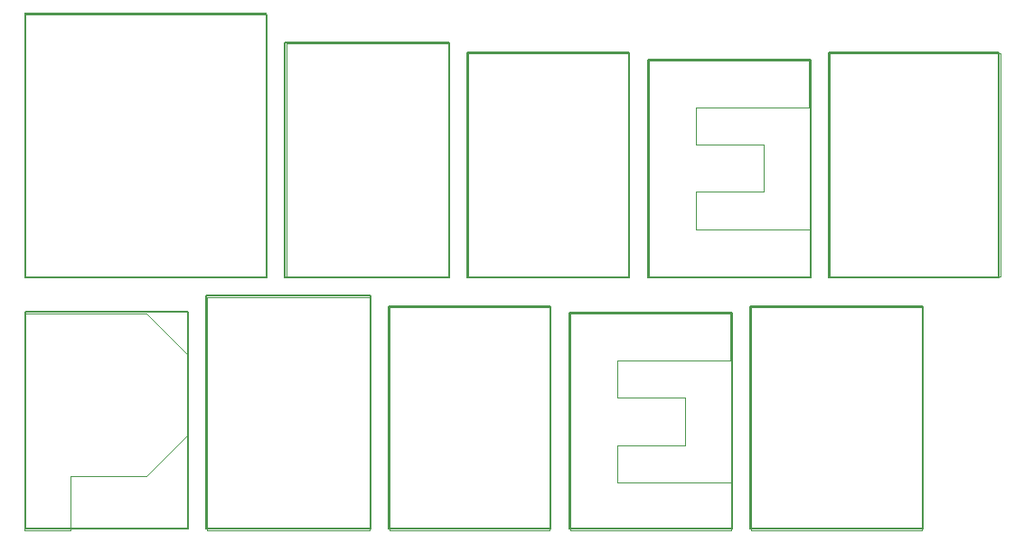
<source format=gbo>
G75*
G70*
%OFA0B0*%
%FSLAX25Y25*%
%IPPOS*%
%LPD*%
%AMOC8*
5,1,8,0,0,1.08239X$1,22.5*
%
%ADD15C,0.00000*%
%ADD18C,0.00800*%
X0010000Y0010000D02*
G75*
%LPD*%
D15*
X0010000Y0010000D02*
X0010000Y0090000D01*
X0055000Y0090000D01*
X0070000Y0075000D01*
X0070000Y0045000D01*
X0055000Y0030000D01*
X0027000Y0030000D01*
X0027000Y0010000D01*
X0010000Y0010000D01*
D18*
X0010400Y0010400D02*
X0010400Y0090400D01*
X0010400Y0090400D02*
X0070400Y0090400D01*
X0070400Y0010400D01*
X0010400Y0010400D01*
X0077500Y0010000D02*
G75*
%LPD*%
D15*
X0077500Y0010000D02*
X0077500Y0096000D01*
X0137230Y0096000D01*
X0137230Y0010000D01*
X0077500Y0010000D01*
D18*
X0077100Y0010400D02*
X0077100Y0096400D01*
X0137630Y0096400D01*
X0137630Y0010400D01*
X0077100Y0010400D01*
X0144730Y0010000D02*
G75*
%LPD*%
D15*
X0144730Y0010000D02*
X0144730Y0092250D01*
X0203740Y0092250D01*
X0203740Y0010000D01*
X0144730Y0010000D01*
D18*
X0144330Y0010400D02*
X0144330Y0092650D01*
X0204140Y0092650D01*
X0204140Y0010400D01*
X0144330Y0010400D01*
X0211240Y0010000D02*
G75*
%LPD*%
D15*
X0211240Y0010000D02*
X0211240Y0089750D01*
X0270250Y0089750D01*
X0270250Y0072500D01*
X0228740Y0072500D01*
X0228740Y0058750D01*
X0253740Y0058750D01*
X0253740Y0041250D01*
X0228740Y0041250D01*
X0228740Y0027500D01*
X0270610Y0027500D01*
X0270610Y0010000D01*
X0211240Y0010000D01*
D18*
X0210840Y0010400D02*
X0210840Y0090150D01*
X0271010Y0090150D01*
X0271010Y0010400D01*
X0210840Y0010400D01*
X0278110Y0010000D02*
G75*
%LPD*%
D15*
X0278110Y0010000D02*
X0278110Y0092250D01*
X0340870Y0092250D01*
X0340870Y0010000D01*
X0278110Y0010000D01*
D18*
X0277710Y0010400D02*
X0277710Y0092650D01*
X0341270Y0092650D01*
X0341270Y0010400D01*
X0277710Y0010400D01*
X0010000Y0103500D02*
G75*
%LPD*%
D15*
X0010000Y0103500D02*
X0010000Y0200750D01*
X0099010Y0200750D01*
X0099010Y0103500D01*
X0010000Y0103500D01*
D18*
X0010400Y0103100D02*
X0010400Y0200350D01*
X0010400Y0200350D02*
X0099410Y0200350D01*
X0099410Y0200350D02*
X0099410Y0103100D01*
X0010400Y0103100D01*
X0106510Y0103500D02*
G75*
%LPD*%
D15*
X0106510Y0103500D02*
X0106510Y0189500D01*
X0166240Y0189500D01*
X0166240Y0103500D01*
X0106510Y0103500D01*
D18*
X0106110Y0103100D02*
X0106110Y0189900D01*
X0166640Y0189900D01*
X0166640Y0103100D01*
X0106110Y0103100D01*
X0173740Y0103500D02*
G75*
%LPD*%
D15*
X0173740Y0103500D02*
X0173740Y0185750D01*
X0232750Y0185750D01*
X0232750Y0103500D01*
X0173740Y0103500D01*
D18*
X0173340Y0103100D02*
X0173340Y0186150D01*
X0233150Y0186150D01*
X0233150Y0103100D01*
X0173340Y0103100D01*
X0240250Y0103500D02*
G75*
%LPD*%
D15*
X0240250Y0103500D02*
X0240250Y0183250D01*
X0299260Y0183250D01*
X0299260Y0166000D01*
X0257750Y0166000D01*
X0257750Y0152250D01*
X0282750Y0152250D01*
X0282750Y0134750D01*
X0257750Y0134750D01*
X0257750Y0121000D01*
X0299620Y0121000D01*
X0299620Y0103500D01*
X0240250Y0103500D01*
D18*
X0239850Y0103100D02*
X0239850Y0183650D01*
X0300020Y0183650D01*
X0300020Y0103100D01*
X0239850Y0103100D01*
X0307120Y0103500D02*
G75*
%LPD*%
D15*
X0307120Y0103500D02*
X0307120Y0185750D01*
X0369880Y0185750D01*
X0369880Y0103500D01*
X0307120Y0103500D01*
D18*
X0306720Y0103100D02*
X0306720Y0186150D01*
X0369480Y0186150D01*
X0369480Y0103100D01*
X0369480Y0103100D02*
X0306720Y0103100D01*
M02*

</source>
